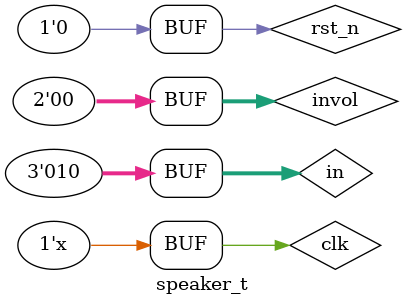
<source format=v>
module speaker_t;
    reg clk;
    reg rst_n;
    reg [2:0]in;
    reg [1:0]invol;
    wire audio_mclk;
    wire audio_lrck;
    wire audio_sck;
    wire audio_sdin;
    wire [3:0]ssd_ctl;
    wire [0:7]display;
   
    
    speaker uus(.clk(clk), .rst_n(rst_n), .in(in), .invol(invol), .audio_mclk(audio_mclk),.audio_lrck(audio_lrck), .audio_sck(audio_sck),.audio_sdin(audio_sdin),
    .ssd_ctl(ssd_ctl),.display(display)

    );
    
    initial begin
    clk = 0; rst_n = 0; in = 100; invol = 00;
    #2 rst_n = 1;
    #4 rst_n = 0;
    #10 invol = 01;
    #1 invol = 00;
    #10 invol = 01;
    #1 invol = 00;
    #10 invol = 01;
    #1 invol = 00;
    #30 in = 010;
    end
    always
    
    #0.025 clk = ~clk;
    

endmodule
</source>
